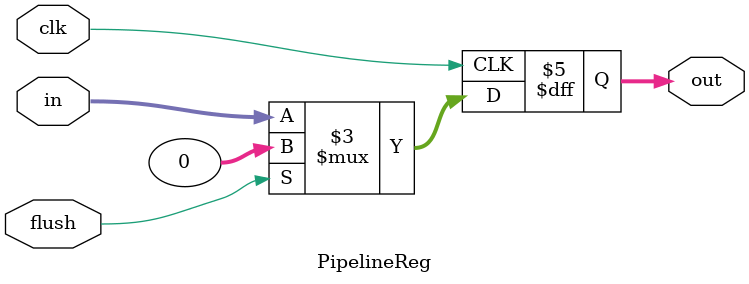
<source format=v>
module PipelineReg #(parameter WIDTH = 32) (
    input clk,
    input flush,
    input [WIDTH-1:0] in,
    output reg [WIDTH-1:0] out
);
    always @(posedge clk) begin
        if (flush) out <= 0;
        else out <= in;
    end
endmodule
</source>
